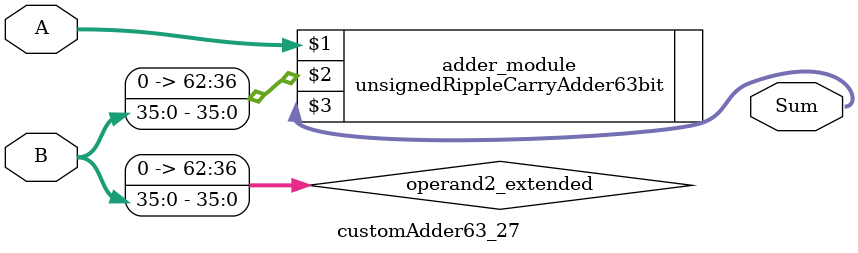
<source format=v>
module customAdder63_27(
                        input [62 : 0] A,
                        input [35 : 0] B,
                        
                        output [63 : 0] Sum
                );

        wire [62 : 0] operand2_extended;
        
        assign operand2_extended =  {27'b0, B};
        
        unsignedRippleCarryAdder63bit adder_module(
            A,
            operand2_extended,
            Sum
        );
        
        endmodule
        
</source>
